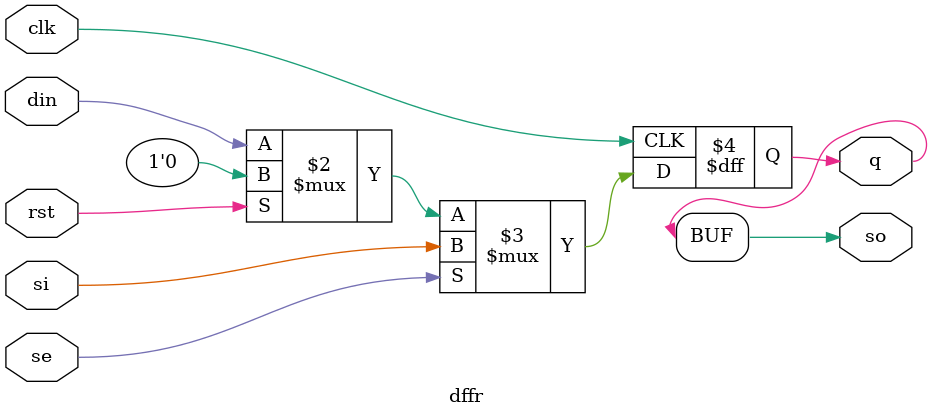
<source format=v>
module dffr (din, clk, rst, q, se, si, so);
parameter SIZE = 1;
input	[SIZE-1:0]	din ;	
input			clk ;	
input			rst ;	
output	[SIZE-1:0]	q ;	
input			se ;	
input	[SIZE-1:0]	si ;	
output	[SIZE-1:0]	so ;	
reg 	[SIZE-1:0]	q ;
`ifdef NO_SCAN
always @ (posedge clk)
	q[SIZE-1:0]  <= ((rst) ? {SIZE{1'b0}}  : din[SIZE-1:0] );
`else
always @ (posedge clk)
	q[SIZE-1:0]  <= se ? si[SIZE-1:0] : ((rst) ? {SIZE{1'b0}}  : din[SIZE-1:0] );
assign so[SIZE-1:0] = q[SIZE-1:0] ;
`endif
endmodule
</source>
